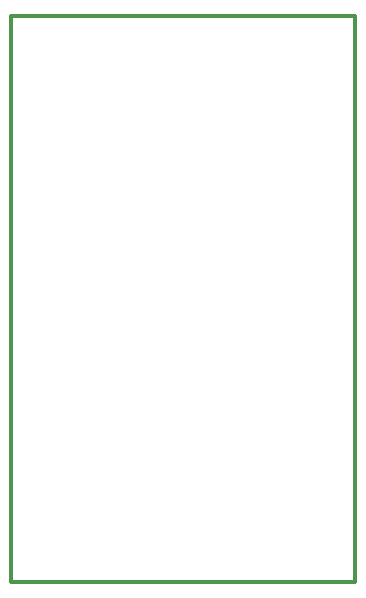
<source format=gbr>
%TF.GenerationSoftware,KiCad,Pcbnew,(6.0.0-0)*%
%TF.CreationDate,2022-04-25T15:44:21-04:00*%
%TF.ProjectId,FabduinoNanoOption,46616264-7569-46e6-9f4e-616e6f4f7074,rev?*%
%TF.SameCoordinates,Original*%
%TF.FileFunction,Profile,NP*%
%FSLAX46Y46*%
G04 Gerber Fmt 4.6, Leading zero omitted, Abs format (unit mm)*
G04 Created by KiCad (PCBNEW (6.0.0-0)) date 2022-04-25 15:44:21*
%MOMM*%
%LPD*%
G01*
G04 APERTURE LIST*
%TA.AperFunction,Profile*%
%ADD10C,0.304800*%
%TD*%
G04 APERTURE END LIST*
D10*
X133906100Y-128968600D02*
X163096100Y-128968600D01*
X133906100Y-81038600D02*
X133906100Y-128968600D01*
X163096100Y-128968600D02*
X163096100Y-81038600D01*
X163096100Y-81038600D02*
X133906100Y-81038600D01*
M02*

</source>
